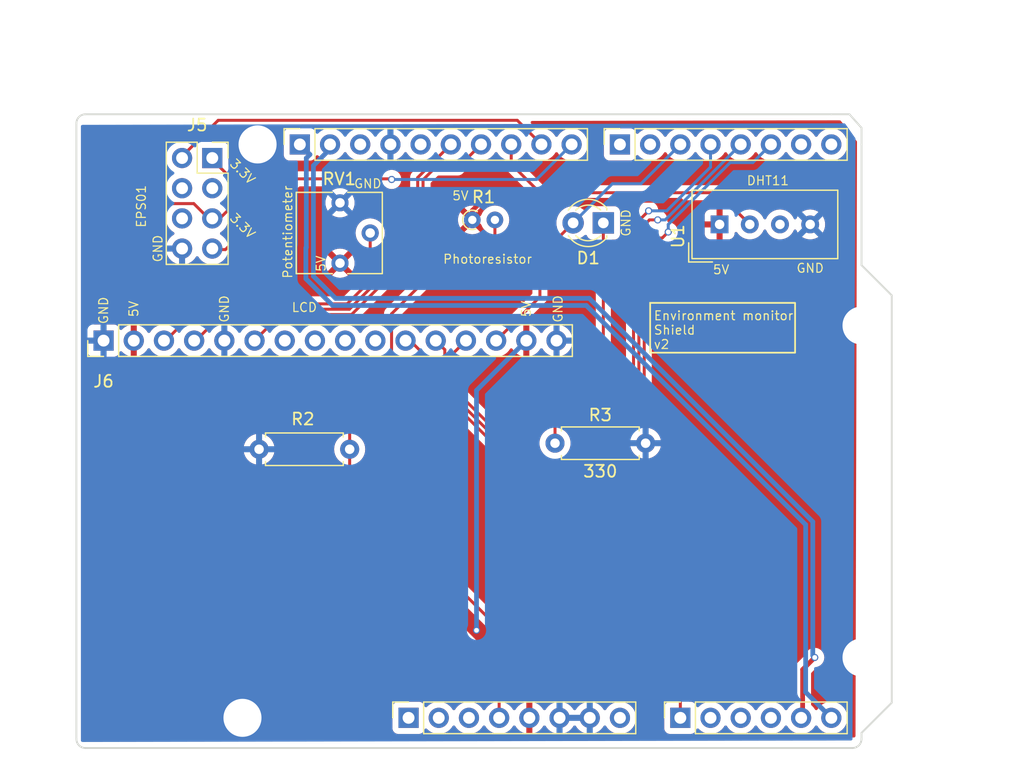
<source format=kicad_pcb>
(kicad_pcb (version 20221018) (generator pcbnew)
  (title_block (date "mar. 31 mars 2015"))
  (layers (0 "F.Cu" signal) (31 "B.Cu" signal) (34 "B.Paste" user) (35 "F.Paste" user) (36 "B.SilkS" user "B.Silkscreen") (37 "F.SilkS" user "F.Silkscreen") (38 "B.Mask" user) (39 "F.Mask" user) (44 "Edge.Cuts" user))
  (net 0 "")
  (net 1 "GND")
  (net 2 "Net-(D1-K)")
  (net 3 "+5V")
  (net 4 "/IOREF")
  (net 5 "/A0")
  (net 6 "/A1")
  (net 7 "/A2")
  (net 8 "/A3")
  (net 9 "/SDA{slash}A4")
  (net 10 "/SCL{slash}A5")
  (net 11 "/13")
  (net 12 "/12")
  (net 13 "/AREF")
  (net 14 "/8")
  (net 15 "/7")
  (net 16 "/*11")
  (net 17 "/*10")
  (net 18 "/*9")
  (net 19 "/4")
  (net 20 "/2")
  (net 21 "/*6")
  (net 22 "/*5")
  (net 23 "/TX{slash}1")
  (net 24 "/*3")
  (net 25 "/RX{slash}0")
  (net 26 "+3V3")
  (net 27 "VCC")
  (net 28 "/~{RESET}")
  (net 29 "/LCD_V0")
  (net 31 "/+3.3V")
  (footprint "Connector_PinSocket_2.54mm:PinSocket_1x08_P2.54mm_Vertical" (layer "F.Cu") (at 127.94 97.46 90)
    (fp_text reference "J1" hide)
    (fp_text value "Power")
    (fp_line (start -1.33 1.27) (end -1.33 19.11) (stroke (width 0.12)) (layer "F.SilkS"))
    (fp_line (start -1.33 1.27) (end 1.33 1.27) (stroke (width 0.12)) (layer "F.SilkS"))
    (fp_line (start -1.33 19.11) (end 1.33 19.11) (stroke (width 0.12)) (layer "F.SilkS"))
    (fp_line (start 0 -1.33) (end 1.33 -1.33) (stroke (width 0.12)) (layer "F.SilkS"))
    (fp_line (start 1.33 -1.33) (end 1.33 0) (stroke (width 0.12)) (layer "F.SilkS"))
    (fp_line (start 1.33 1.27) (end 1.33 19.11) (stroke (width 0.12)) (layer "F.SilkS"))
    (pad "1" thru_hole rect locked (at 0 0 90) (size 1.7 1.7) (drill 1) (layers "*.Cu" "*.Mask"))
    (pad "2" thru_hole oval locked (at 0 2.54 90) (size 1.7 1.7) (drill 1) (layers "*.Cu" "*.Mask") (net 4 "/IOREF"))
    (pad "3" thru_hole oval locked (at 0 5.08 90) (size 1.7 1.7) (drill 1) (layers "*.Cu" "*.Mask") (net 28 "/~{RESET}"))
    (pad "4" thru_hole oval locked (at 0 7.62 90) (size 1.7 1.7) (drill 1) (layers "*.Cu" "*.Mask") (net 26 "+3V3"))
    (pad "5" thru_hole oval locked (at 0 10.16 90) (size 1.7 1.7) (drill 1) (layers "*.Cu" "*.Mask") (net 3 "+5V"))
    (pad "6" thru_hole oval locked (at 0 12.7 90) (size 1.7 1.7) (drill 1) (layers "*.Cu" "*.Mask") (net 1 "GND"))
    (pad "7" thru_hole oval locked (at 0 15.24 90) (size 1.7 1.7) (drill 1) (layers "*.Cu" "*.Mask") (net 1 "GND"))
    (pad "8" thru_hole oval locked (at 0 17.78 90) (size 1.7 1.7) (drill 1) (layers "*.Cu" "*.Mask") (net 27 "VCC"))
  )
  (footprint "Connector_PinSocket_2.54mm:PinSocket_1x06_P2.54mm_Vertical" (layer "F.Cu") (at 150.8 97.46 90)
    (fp_text reference "J3" hide)
    (fp_text value "Analog")
    (fp_line (start -1.33 1.27) (end -1.33 14.03) (stroke (width 0.12)) (layer "F.SilkS"))
    (fp_line (start -1.33 1.27) (end 1.33 1.27) (stroke (width 0.12)) (layer "F.SilkS"))
    (fp_line (start -1.33 14.03) (end 1.33 14.03) (stroke (width 0.12)) (layer "F.SilkS"))
    (fp_line (start 0 -1.33) (end 1.33 -1.33) (stroke (width 0.12)) (layer "F.SilkS"))
    (fp_line (start 1.33 -1.33) (end 1.33 0) (stroke (width 0.12)) (layer "F.SilkS"))
    (fp_line (start 1.33 1.27) (end 1.33 14.03) (stroke (width 0.12)) (layer "F.SilkS"))
    (pad "1" thru_hole rect locked (at 0 0 90) (size 1.7 1.7) (drill 1) (layers "*.Cu" "*.Mask") (net 5 "/A0"))
    (pad "2" thru_hole oval locked (at 0 2.54 90) (size 1.7 1.7) (drill 1) (layers "*.Cu" "*.Mask") (net 6 "/A1"))
    (pad "3" thru_hole oval locked (at 0 5.08 90) (size 1.7 1.7) (drill 1) (layers "*.Cu" "*.Mask") (net 7 "/A2"))
    (pad "4" thru_hole oval locked (at 0 7.62 90) (size 1.7 1.7) (drill 1) (layers "*.Cu" "*.Mask") (net 8 "/A3"))
    (pad "5" thru_hole oval locked (at 0 10.16 90) (size 1.7 1.7) (drill 1) (layers "*.Cu" "*.Mask") (net 9 "/SDA{slash}A4"))
    (pad "6" thru_hole oval locked (at 0 12.7 90) (size 1.7 1.7) (drill 1) (layers "*.Cu" "*.Mask") (net 10 "/SCL{slash}A5"))
  )
  (footprint "Connector_PinSocket_2.54mm:PinSocket_1x10_P2.54mm_Vertical" (layer "F.Cu") (at 118.796 49.2 90)
    (fp_text reference "J2" hide)
    (fp_text value "Digital/PWM")
    (fp_line (start -1.33 1.27) (end -1.33 24.19) (stroke (width 0.12)) (layer "F.SilkS"))
    (fp_line (start -1.33 1.27) (end 1.33 1.27) (stroke (width 0.12)) (layer "F.SilkS"))
    (fp_line (start -1.33 24.19) (end 1.33 24.19) (stroke (width 0.12)) (layer "F.SilkS"))
    (fp_line (start 0 -1.33) (end 1.33 -1.33) (stroke (width 0.12)) (layer "F.SilkS"))
    (fp_line (start 1.33 -1.33) (end 1.33 0) (stroke (width 0.12)) (layer "F.SilkS"))
    (fp_line (start 1.33 1.27) (end 1.33 24.19) (stroke (width 0.12)) (layer "F.SilkS"))
    (pad "1" thru_hole rect locked (at 0 0 90) (size 1.7 1.7) (drill 1) (layers "*.Cu" "*.Mask") (net 10 "/SCL{slash}A5"))
    (pad "2" thru_hole oval locked (at 0 2.54 90) (size 1.7 1.7) (drill 1) (layers "*.Cu" "*.Mask") (net 9 "/SDA{slash}A4"))
    (pad "3" thru_hole oval locked (at 0 5.08 90) (size 1.7 1.7) (drill 1) (layers "*.Cu" "*.Mask") (net 13 "/AREF"))
    (pad "4" thru_hole oval locked (at 0 7.62 90) (size 1.7 1.7) (drill 1) (layers "*.Cu" "*.Mask") (net 1 "GND"))
    (pad "5" thru_hole oval locked (at 0 10.16 90) (size 1.7 1.7) (drill 1) (layers "*.Cu" "*.Mask") (net 11 "/13"))
    (pad "6" thru_hole oval locked (at 0 12.7 90) (size 1.7 1.7) (drill 1) (layers "*.Cu" "*.Mask") (net 12 "/12"))
    (pad "7" thru_hole oval locked (at 0 15.24 90) (size 1.7 1.7) (drill 1) (layers "*.Cu" "*.Mask") (net 16 "/*11"))
    (pad "8" thru_hole oval locked (at 0 17.78 90) (size 1.7 1.7) (drill 1) (layers "*.Cu" "*.Mask") (net 17 "/*10"))
    (pad "9" thru_hole oval locked (at 0 20.32 90) (size 1.7 1.7) (drill 1) (layers "*.Cu" "*.Mask") (net 18 "/*9"))
    (pad "10" thru_hole oval locked (at 0 22.86 90) (size 1.7 1.7) (drill 1) (layers "*.Cu" "*.Mask") (net 14 "/8"))
  )
  (footprint "Connector_PinSocket_2.54mm:PinSocket_1x08_P2.54mm_Vertical" (layer "F.Cu") (at 145.72 49.2 90)
    (fp_text reference "J4" hide)
    (fp_text value "Digital/PWM")
    (fp_line (start -1.33 1.27) (end -1.33 19.11) (stroke (width 0.12)) (layer "F.SilkS"))
    (fp_line (start -1.33 1.27) (end 1.33 1.27) (stroke (width 0.12)) (layer "F.SilkS"))
    (fp_line (start -1.33 19.11) (end 1.33 19.11) (stroke (width 0.12)) (layer "F.SilkS"))
    (fp_line (start 0 -1.33) (end 1.33 -1.33) (stroke (width 0.12)) (layer "F.SilkS"))
    (fp_line (start 1.33 -1.33) (end 1.33 0) (stroke (width 0.12)) (layer "F.SilkS"))
    (fp_line (start 1.33 1.27) (end 1.33 19.11) (stroke (width 0.12)) (layer "F.SilkS"))
    (pad "1" thru_hole rect locked (at 0 0 90) (size 1.7 1.7) (drill 1) (layers "*.Cu" "*.Mask") (net 15 "/7"))
    (pad "2" thru_hole oval locked (at 0 2.54 90) (size 1.7 1.7) (drill 1) (layers "*.Cu" "*.Mask") (net 21 "/*6"))
    (pad "3" thru_hole oval locked (at 0 5.08 90) (size 1.7 1.7) (drill 1) (layers "*.Cu" "*.Mask") (net 22 "/*5"))
    (pad "4" thru_hole oval locked (at 0 7.62 90) (size 1.7 1.7) (drill 1) (layers "*.Cu" "*.Mask") (net 19 "/4"))
    (pad "5" thru_hole oval locked (at 0 10.16 90) (size 1.7 1.7) (drill 1) (layers "*.Cu" "*.Mask") (net 24 "/*3"))
    (pad "6" thru_hole oval locked (at 0 12.7 90) (size 1.7 1.7) (drill 1) (layers "*.Cu" "*.Mask") (net 20 "/2"))
    (pad "7" thru_hole oval locked (at 0 15.24 90) (size 1.7 1.7) (drill 1) (layers "*.Cu" "*.Mask") (net 23 "/TX{slash}1"))
    (pad "8" thru_hole oval locked (at 0 17.78 90) (size 1.7 1.7) (drill 1) (layers "*.Cu" "*.Mask") (net 25 "/RX{slash}0"))
  )
  (footprint "Connector_PinSocket_2.54mm:PinSocket_2x04_P2.54mm_Vertical" (layer "F.Cu") (at 111.43 50.343)
    (fp_text reference "J5" (at -1.27 -2.77) (layer "F.SilkS"))
    (fp_text value "Conn_02x04_ESP01")
    (fp_line (start -3.87 -1.33) (end -3.87 8.95) (stroke (width 0.12)) (layer "F.SilkS"))
    (fp_line (start -3.87 -1.33) (end -1.27 -1.33) (stroke (width 0.12)) (layer "F.SilkS"))
    (fp_line (start -3.87 8.95) (end 1.33 8.95) (stroke (width 0.12)) (layer "F.SilkS"))
    (fp_line (start -1.27 -1.33) (end -1.27 1.27) (stroke (width 0.12)) (layer "F.SilkS"))
    (fp_line (start -1.27 1.27) (end 1.33 1.27) (stroke (width 0.12)) (layer "F.SilkS"))
    (fp_line (start 0 -1.33) (end 1.33 -1.33) (stroke (width 0.12)) (layer "F.SilkS"))
    (fp_line (start 1.33 -1.33) (end 1.33 0) (stroke (width 0.12)) (layer "F.SilkS"))
    (fp_line (start 1.33 1.27) (end 1.33 8.95) (stroke (width 0.12)) (layer "F.SilkS"))
    (pad "1" thru_hole rect (at 0 0) (size 1.7 1.7) (drill 1) (layers "*.Cu" "*.Mask") (net 31 "/+3.3V"))
    (pad "2" thru_hole oval (at -2.54 0) (size 1.7 1.7) (drill 1) (layers "*.Cu" "*.Mask") (net 18 "/*9"))
    (pad "3" thru_hole oval (at 0 2.54) (size 1.7 1.7) (drill 1) (layers "*.Cu" "*.Mask"))
    (pad "4" thru_hole oval (at -2.54 2.54) (size 1.7 1.7) (drill 1) (layers "*.Cu" "*.Mask"))
    (pad "5" thru_hole oval (at 0 5.08) (size 1.7 1.7) (drill 1) (layers "*.Cu" "*.Mask") (net 31 "/+3.3V"))
    (pad "6" thru_hole oval (at -2.54 5.08) (size 1.7 1.7) (drill 1) (layers "*.Cu" "*.Mask"))
    (pad "7" thru_hole oval (at 0 7.62) (size 1.7 1.7) (drill 1) (layers "*.Cu" "*.Mask") (net 14 "/8"))
    (pad "8" thru_hole oval (at -2.54 7.62) (size 1.7 1.7) (drill 1) (layers "*.Cu" "*.Mask") (net 1 "GND"))
  )
  (footprint "Connector_PinHeader_2.54mm:PinHeader_1x16_P2.54mm_Vertical" (layer "F.Cu") (at 102.286 65.71 90)
    (fp_text reference "J6" (at -3.429 0 180) (layer "F.SilkS"))
    (fp_text value "Conn_01x16_LCD")
    (fp_line (start -1.33 -1.33) (end 0 -1.33) (stroke (width 0.12)) (layer "F.SilkS"))
    (fp_line (start -1.33 0) (end -1.33 -1.33) (stroke (width 0.12)) (layer "F.SilkS"))
    (fp_line (start -1.33 1.27) (end -1.33 39.43) (stroke (width 0.12)) (layer "F.SilkS"))
    (fp_line (start -1.33 1.27) (end 1.33 1.27) (stroke (width 0.12)) (layer "F.SilkS"))
    (fp_line (start -1.33 39.43) (end 1.33 39.43) (stroke (width 0.12)) (layer "F.SilkS"))
    (fp_line (start 1.33 1.27) (end 1.33 39.43) (stroke (width 0.12)) (layer "F.SilkS"))
    (pad "1" thru_hole rect (at 0 0 90) (size 1.7 1.7) (drill 1) (layers "*.Cu" "*.Mask") (net 1 "GND"))
    (pad "2" thru_hole oval (at 0 2.54 90) (size 1.7 1.7) (drill 1) (layers "*.Cu" "*.Mask") (net 3 "+5V"))
    (pad "3" thru_hole oval (at 0 5.08 90) (size 1.7 1.7) (drill 1) (layers "*.Cu" "*.Mask") (net 29 "/LCD_V0"))
    (pad "4" thru_hole oval (at 0 7.62 90) (size 1.7 1.7) (drill 1) (layers "*.Cu" "*.Mask") (net 12 "/12"))
    (pad "5" thru_hole oval (at 0 10.16 90) (size 1.7 1.7) (drill 1) (layers "*.Cu" "*.Mask") (net 1 "GND"))
    (pad "6" thru_hole oval (at 0 12.7 90) (size 1.7 1.7) (drill 1) (layers "*.Cu" "*.Mask") (net 16 "/*11"))
    (pad "7" thru_hole oval (at 0 15.24 90) (size 1.7 1.7) (drill 1) (layers "*.Cu" "*.Mask"))
    (pad "8" thru_hole oval (at 0 17.78 90) (size 1.7 1.7) (drill 1) (layers "*.Cu" "*.Mask"))
    (pad "9" thru_hole oval (at 0 20.32 90) (size 1.7 1.7) (drill 1) (layers "*.Cu" "*.Mask"))
    (pad "10" thru_hole oval (at 0 22.86 90) (size 1.7 1.7) (drill 1) (layers "*.Cu" "*.Mask"))
    (pad "11" thru_hole oval (at 0 25.4 90) (size 1.7 1.7) (drill 1) (layers "*.Cu" "*.Mask") (net 20 "/2"))
    (pad "12" thru_hole oval (at 0 27.94 90) (size 1.7 1.7) (drill 1) (layers "*.Cu" "*.Mask") (net 24 "/*3"))
    (pad "13" thru_hole oval (at 0 30.48 90) (size 1.7 1.7) (drill 1) (layers "*.Cu" "*.Mask") (net 19 "/4"))
    (pad "14" thru_hole oval (at 0 33.02 90) (size 1.7 1.7) (drill 1) (layers "*.Cu" "*.Mask") (net 22 "/*5"))
    (pad "15" thru_hole oval (at 0 35.56 90) (size 1.7 1.7) (drill 1) (layers "*.Cu" "*.Mask") (net 3 "+5V"))
    (pad "16" thru_hole oval (at 0 38.1 90) (size 1.7 1.7) (drill 1) (layers "*.Cu" "*.Mask") (net 1 "GND"))
  )
  (footprint "Sensor:Aosong_DHT11_5.5x12.0_P2.54mm" (layer "F.Cu") (at 154.102 55.931 90)
    (fp_text reference "U1" (at -1 -3.5 90) (layer "F.SilkS"))
    (fp_text value "DHT11")
    (fp_line (start -3.16 -2.6) (end -3.16 -0.6) (stroke (width 0.12)) (layer "F.SilkS"))
    (fp_line (start -3.16 -2.6) (end -1.55 -2.6) (stroke (width 0.12)) (layer "F.SilkS"))
    (fp_line (start -2.88 9.94) (end -2.88 -2.31) (stroke (width 0.12)) (layer "F.SilkS"))
    (fp_line (start -2.87 -2.32) (end 2.87 -2.32) (stroke (width 0.12)) (layer "F.SilkS"))
    (fp_line (start 2.88 -2.32) (end 2.88 9.94) (stroke (width 0.12)) (layer "F.SilkS"))
    (fp_line (start 2.88 9.94) (end -2.88 9.94) (stroke (width 0.12)) (layer "F.SilkS"))
    (pad "1" thru_hole rect (at 0 0 90) (size 1.5 1.5) (drill 0.8) (layers "*.Cu" "*.Mask") (net 3 "+5V"))
    (pad "2" thru_hole circle (at 0 2.54 90) (size 1.5 1.5) (drill 0.8) (layers "*.Cu" "*.Mask") (net 17 "/*10"))
    (pad "3" thru_hole circle (at 0 5.08 90) (size 1.5 1.5) (drill 0.8) (layers "*.Cu" "*.Mask"))
    (pad "4" thru_hole circle (at 0 7.62 90) (size 1.5 1.5) (drill 0.8) (layers "*.Cu" "*.Mask") (net 1 "GND"))
  )
  (footprint "Arduino_MountingHole:MountingHole_3.2mm" (layer "F.Cu") (at 115.24 49.2)
    (fp_text reference "MH1" hide)
    (fp_text value "MountingHole_3.2mm" hide)
    (pad "" np_thru_hole circle locked (at 0 0) (size 3.2 3.2) (drill 3.2) (layers "*.Cu" "*.Mask"))
  )
  (footprint "Resistor_THT:R_Axial_DIN0207_L6.3mm_D2.5mm_P7.62mm_Horizontal" (layer "F.Cu") (at 140.259 74.346)
    (fp_text reference "R3" (at 3.81 -2.37) (layer "F.SilkS"))
    (fp_text value "330" (at 3.81 2.37) (layer "F.SilkS"))
    (fp_line (start 0.54 -1.37) (end 7.08 -1.37) (stroke (width 0.12)) (layer "F.SilkS"))
    (fp_line (start 0.54 -1.04) (end 0.54 -1.37) (stroke (width 0.12)) (layer "F.SilkS"))
    (fp_line (start 0.54 1.04) (end 0.54 1.37) (stroke (width 0.12)) (layer "F.SilkS"))
    (fp_line (start 0.54 1.37) (end 7.08 1.37) (stroke (width 0.12)) (layer "F.SilkS"))
    (fp_line (start 7.08 -1.37) (end 7.08 -1.04) (stroke (width 0.12)) (layer "F.SilkS"))
    (fp_line (start 7.08 1.37) (end 7.08 1.04) (stroke (width 0.12)) (layer "F.SilkS"))
    (pad "1" thru_hole circle (at 0 0) (size 1.6 1.6) (drill 0.8) (layers "*.Cu" "*.Mask") (net 2 "Net-(D1-K)"))
    (pad "2" thru_hole oval (at 7.62 0) (size 1.6 1.6) (drill 0.8) (layers "*.Cu" "*.Mask") (net 1 "GND"))
  )
  (footprint "Resistor_THT:R_Axial_DIN0207_L6.3mm_D2.5mm_P7.62mm_Horizontal" (layer "F.Cu") (at 122.987 74.854 180)
    (fp_text reference "R2" (at 3.937 2.54) (layer "F.SilkS"))
    (fp_text value "R")
    (fp_line (start 0.54 -1.37) (end 7.08 -1.37) (stroke (width 0.12)) (layer "F.SilkS"))
    (fp_line (start 0.54 -1.04) (end 0.54 -1.37) (stroke (width 0.12)) (layer "F.SilkS"))
    (fp_line (start 0.54 1.04) (end 0.54 1.37) (stroke (width 0.12)) (layer "F.SilkS"))
    (fp_line (start 0.54 1.37) (end 7.08 1.37) (stroke (width 0.12)) (layer "F.SilkS"))
    (fp_line (start 7.08 -1.37) (end 7.08 -1.04) (stroke (width 0.12)) (layer "F.SilkS"))
    (fp_line (start 7.08 1.37) (end 7.08 1.04) (stroke (width 0.12)) (layer "F.SilkS"))
    (pad "1" thru_hole circle (at 0 0 180) (size 1.6 1.6) (drill 0.8) (layers "*.Cu" "*.Mask") (net 5 "/A0"))
    (pad "2" thru_hole oval (at 7.62 0 180) (size 1.6 1.6) (drill 0.8) (layers "*.Cu" "*.Mask") (net 1 "GND"))
  )
  (footprint "Resistor_THT:R_Axial_DIN0204_L3.6mm_D1.6mm_P1.90mm_Vertical" (layer "F.Cu") (at 133.303 55.55)
    (fp_text reference "R1" (at 0.95 -1.92) (layer "F.SilkS"))
    (fp_text value "R_Photo")
    (fp_arc (start 0.320095 0.749359) (mid -0.813042 -0.054435) (end 0.417133 -0.7) (stroke (width 0.12)) (layer "F.SilkS"))
    (pad "1" thru_hole circle (at 0 0) (size 1.4 1.4) (drill 0.7) (layers "*.Cu" "*.Mask") (net 3 "+5V"))
    (pad "2" thru_hole oval (at 1.9 0) (size 1.4 1.4) (drill 0.7) (layers "*.Cu" "*.Mask") (net 5 "/A0"))
  )
  (footprint "LED_THT:LED_D3.0mm" (layer "F.Cu") (at 144.323 55.804 180)
    (fp_text reference "D1" (at 1.27 -2.96) (layer "F.SilkS"))
    (fp_text value "LED")
    (fp_line (start -0.29 -1.236) (end -0.29 -1.08) (stroke (width 0.12)) (layer "F.SilkS"))
    (fp_line (start -0.29 1.08) (end -0.29 1.236) (stroke (width 0.12)) (layer "F.SilkS"))
    (fp_arc (start -0.29 -1.235516) (mid 1.366487 -1.987659) (end 2.942335 -1.078608) (stroke (width 0.12)) (layer "F.SilkS"))
    (fp_arc (start 0.229039 -1.08) (mid 1.270117 -1.5) (end 2.31113 -1.079837) (stroke (width 0.12)) (layer "F.SilkS"))
    (fp_arc (start 2.31113 1.079837) (mid 1.270117 1.5) (end 0.229039 1.08) (stroke (width 0.12)) (layer "F.SilkS"))
    (fp_arc (start 2.942335 1.078608) (mid 1.366487 1.987659) (end -0.29 1.235516) (stroke (width 0.12)) (layer "F.SilkS"))
    (pad "1" thru_hole rect (at 0 0 180) (size 1.8 1.8) (drill 0.9) (layers "*.Cu" "*.Mask") (net 2 "Net-(D1-K)"))
    (pad "2" thru_hole circle (at 2.54 0 180) (size 1.8 1.8) (drill 0.9) (layers "*.Cu" "*.Mask") (net 22 "/*5"))
  )
  (footprint "Arduino_MountingHole:MountingHole_3.2mm" (layer "F.Cu") (at 113.97 97.46)
    (fp_text reference "MH2" hide)
    (fp_text value "MountingHole_3.2mm" hide)
    (pad "" np_thru_hole circle locked (at 0 0) (size 3.2 3.2) (drill 3.2) (layers "*.Cu" "*.Mask"))
  )
  (footprint "Arduino_MountingHole:MountingHole_3.2mm" (layer "F.Cu") (at 166.04 64.44)
    (fp_text reference "MH3" hide)
    (fp_text value "MountingHole_3.2mm" hide)
    (pad "" np_thru_hole circle locked (at 0 0) (size 3.2 3.2) (drill 3.2) (layers "*.Cu" "*.Mask"))
  )
  (footprint "Arduino_MountingHole:MountingHole_3.2mm" (layer "F.Cu") (at 166.04 92.38)
    (fp_text reference "MH4" hide)
    (fp_text value "MountingHole_3.2mm" hide)
    (pad "" np_thru_hole circle locked (at 0 0) (size 3.2 3.2) (drill 3.2) (layers "*.Cu" "*.Mask"))
  )
  (footprint "Potentiometer_THT:Potentiometer_Vishay_T73YP_Vertical" (layer "F.Cu") (at 122.173 59.1926)
    (fp_text reference "RV1" (at -0.06 -7.09) (layer "F.SilkS"))
    (fp_text value "R_Potentiometer")
    (fp_line (start -3.68 -5.96) (end -3.68 0.88) (stroke (width 0.12)) (layer "F.SilkS"))
    (fp_line (start -3.68 -5.96) (end -0.65 -5.96) (stroke (width 0.12)) (layer "F.SilkS"))
    (fp_line (start -3.68 0.88) (end -0.65 0.88) (stroke (width 0.12)) (layer "F.SilkS"))
    (fp_line (start 0.65 -5.96) (end 3.56 -5.96) (stroke (width 0.12)) (layer "F.SilkS"))
    (fp_line (start 0.65 0.88) (end 3.56 0.88) (stroke (width 0.12)) (layer "F.SilkS"))
    (fp_line (start 3.56 -5.96) (end 3.56 0.88) (stroke (width 0.12)) (layer "F.SilkS"))
    (pad "1" thru_hole circle (at 0 0) (size 1.44 1.44) (drill 0.8) (layers "*.Cu" "*.Mask") (net 3 "+5V"))
    (pad "2" thru_hole circle (at 2.54 -2.54) (size 1.44 1.44) (drill 0.8) (layers "*.Cu" "*.Mask") (net 29 "/LCD_V0"))
    (pad "3" thru_hole circle (at 0 -5.08) (size 1.44 1.44) (drill 0.8) (layers "*.Cu" "*.Mask") (net 1 "GND"))
  )
  (gr_rect (start 148.26 62.535) (end 160.452 66.726) (stroke (width 0.15)) (fill none) (layer "F.SilkS"))
  (gr_line (start 166.04 59.36) (end 168.58 61.9) (stroke (width 0.15)) (layer "Edge.Cuts"))
  (gr_line (start 100 99.238) (end 100 47.422) (stroke (width 0.15)) (layer "Edge.Cuts"))
  (gr_line (start 168.58 61.9) (end 168.58 96.19) (stroke (width 0.15)) (layer "Edge.Cuts"))
  (gr_line (start 165.278 100) (end 100.762 100) (stroke (width 0.15)) (layer "Edge.Cuts"))
  (gr_line (start 166.04 49.2) (end 166.04 47.803) (stroke (width 0.15)) (layer "Edge.Cuts"))
  (gr_line (start 100.762 46.66) (end 163.5 46.66) (stroke (width 0.15)) (layer "Edge.Cuts"))
  (gr_arc (start 100.762 100) (mid 100.223185 99.776815) (end 100 99.238) (stroke (width 0.15)) (layer "Edge.Cuts"))
  (gr_line (start 168.58 96.19) (end 166.04 98.73) (stroke (width 0.15)) (layer "Edge.Cuts"))
  (gr_line (start 166.04 47.803) (end 165.024 46.66) (stroke (width 0.15)) (layer "Edge.Cuts"))
  (gr_line (start 165.024 46.66) (end 163.5 46.66) (stroke (width 0.15)) (layer "Edge.Cuts"))
  (gr_arc (start 166.04 99.238) (mid 165.816815 99.776815) (end 165.278 100) (stroke (width 0.15)) (layer "Edge.Cuts"))
  (gr_line (start 166.04 49.2) (end 166.04 59.36) (stroke (width 0.15)) (layer "Edge.Cuts"))
  (gr_line (start 166.04 98.73) (end 166.04 99.238) (stroke (width 0.15)) (layer "Edge.Cuts"))
  (gr_arc (start 100 47.422) (mid 100.223185 46.883185) (end 100.762 46.66) (stroke (width 0.15)) (layer "Edge.Cuts"))
  (gr_text "Photoresistor" (at 134.589 58.852) (layer "F.SilkS") (effects (font (size 0.75 0.75) (thickness 0.1))))
  (gr_text "GND" (at 106.858 57.963 90) (layer "F.SilkS") (effects (font (size 0.75 0.75) (thickness 0.1))))
  (gr_text "GND" (at 161.722 59.614) (layer "F.SilkS") (effects (font (size 0.75 0.75) (thickness 0.1))))
  (gr_text "3.3V" (at 113.97 51.486 -45) (layer "F.SilkS") (effects (font (size 0.75 0.75) (thickness 0.1))))
  (gr_text "5V" (at 137.846 63.043 90) (layer "F.SilkS") (effects (font (size 0.75 0.75) (thickness 0.1))))
  (gr_text "GND" (at 124.511 52.502) (layer "F.SilkS") (effects (font (size 0.75 0.75) (thickness 0.1))))
  (gr_text "Environment monitor \nShield\nv2" (at 148.514 64.821) (layer "F.SilkS") (effects (font (size 0.75 0.75) (thickness 0.1)) (justify left)))
  (gr_text "Potentiometer" (at 117.78 56.566 90) (layer "F.SilkS") (effects (font (size 0.75 0.75) (thickness 0.1))))
  (gr_text "GND" (at 102.286 63.17 90) (layer "F.SilkS") (effects (font (size 0.75 0.75) (thickness 0.1))))
  (gr_text "5V" (at 120.574 59.233 90) (layer "F.SilkS") (effects (font (size 0.75 0.75) (thickness 0.1))))
  (gr_text "GND" (at 146.228 55.804 90) (layer "F.SilkS") (effects (font (size 0.75 0.75) (thickness 0.1))))
  (gr_text "GND" (at 112.446 63.043 90) (layer "F.SilkS") (effects (font (size 0.75 0.75) (thickness 0.1))))
  (gr_text "DHT11" (at 158.166 52.248) (layer "F.SilkS") (effects (font (size 0.75 0.75) (thickness 0.1))))
  (gr_text "3.3V" (at 113.97 56.058 -45) (layer "F.SilkS") (effects (font (size 0.75 0.75) (thickness 0.1))))
  (gr_text "EPS01" (at 105.461 54.407 90) (layer "F.SilkS") (effects (font (size 0.75 0.75) (thickness 0.1))))
  (gr_text "GND" (at 140.513 63.043 90) (layer "F.SilkS") (effects (font (size 0.75 0.75) (thickness 0.1))))
  (gr_text "5V" (at 132.303 53.518) (layer "F.SilkS") (effects (font (size 0.75 0.75) (thickness 0.1))))
  (gr_text "LCD" (at 119.177 62.916) (layer "F.SilkS") (effects (font (size 0.75 0.75) (thickness 0.1))))
  (gr_text "5V" (at 104.826 63.043 90) (layer "F.SilkS") (effects (font (size 0.75 0.75) (thickness 0.1))))
  (gr_text "5V" (at 154.229 59.741) (layer "F.SilkS") (effects (font (size 0.75 0.75) (thickness 0.1))))
  (segment (start 140.259 74.346) (end 140.259 70.79) (width 0.25) (layer "F.Cu") (net 2))
  (segment (start 144.323 66.726) (end 144.323 55.804) (width 0.25) (layer "F.Cu") (net 2))
  (segment (start 140.259 70.79) (end 144.323 66.726) (width 0.25) (layer "F.Cu") (net 2))
  (segment (start 138.1 97.46) (end 138.1 94.539) (width 0.4) (layer "F.Cu") (net 3))
  (segment (start 134.163 53.899) (end 150.8 53.899) (width 0.4) (layer "F.Cu") (net 3))
  (segment (start 133.303 55.55) (end 133.303 54.759) (width 0.4) (layer "F.Cu") (net 3))
  (segment (start 152.832 55.931) (end 154.102 55.931) (width 0.4) (layer "F.Cu") (net 3))
  (segment (start 133.303 54.759) (end 134.163 53.899) (width 0.4) (layer "F.Cu") (net 3))
  (segment (start 138.1 94.539) (end 133.655 90.094) (width 0.4) (layer "F.Cu") (net 3))
  (segment (start 150.8 53.899) (end 152.832 55.931) (width 0.4) (layer "F.Cu") (net 3))
  (via (at 133.655 90.094) (size 0.6) (drill 0.4) (layers "F.Cu" "B.Cu") (net 3))
  (segment (start 133.655 90.094) (end 133.655 69.901) (width 0.4) (layer "B.Cu") (net 3))
  (segment (start 133.655 69.901) (end 137.846 65.71) (width 0.4) (layer "B.Cu") (net 3))
  (segment (start 138.735 93.142) (end 149.149 93.142) (width 0.25) (layer "F.Cu") (net 5))
  (segment (start 126.511 67.52) (end 126.511 63.456) (width 0.25) (layer "F.Cu") (net 5))
  (segment (start 150.8 94.793) (end 150.8 97.46) (width 0.25) (layer "F.Cu") (net 5))
  (segment (start 122.987 71.044) (end 126.511 67.52) (width 0.25) (layer "F.Cu") (net 5))
  (segment (start 130.607 59.36) (end 133.782 59.36) (width 0.25) (layer "F.Cu") (net 5))
  (segment (start 122.987 74.854) (end 122.987 77.394) (width 0.25) (layer "F.Cu") (net 5))
  (segment (start 122.987 77.394) (end 138.735 93.142) (width 0.25) (layer "F.Cu") (net 5))
  (segment (start 126.511 63.456) (end 130.607 59.36) (width 0.25) (layer "F.Cu") (net 5))
  (segment (start 133.782 59.36) (end 135.203 57.939) (width 0.25) (layer "F.Cu") (net 5))
  (segment (start 122.987 74.854) (end 122.987 71.044) (width 0.25) (layer "F.Cu") (net 5))
  (segment (start 135.203 57.939) (end 135.203 55.55) (width 0.25) (layer "F.Cu") (net 5))
  (segment (start 149.149 93.142) (end 150.8 94.793) (width 0.25) (layer "F.Cu") (net 5))
  (segment (start 161.087 93.396) (end 161.087 97.333) (width 0.4) (layer "F.Cu") (net 9))
  (segment (start 162.103 92.38) (end 161.087 93.396) (width 0.4) (layer "F.Cu") (net 9))
  (segment (start 161.087 97.333) (end 160.96 97.46) (width 0.4) (layer "F.Cu") (net 9))
  (via (at 162.103 92.38) (size 0.6) (drill 0.4) (layers "F.Cu" "B.Cu") (net 9))
  (segment (start 119.939 60.289472) (end 121.803528 62.154) (width 0.4) (layer "B.Cu") (net 9))
  (segment (start 121.336 49.2) (end 121.336 49.581) (width 0.4) (layer "B.Cu") (net 9))
  (segment (start 161.941 80.955472) (end 161.941 92.218) (width 0.4) (layer "B.Cu") (net 9))
  (segment (start 121.336 49.581) (end 119.939 50.978) (width 0.4) (layer "B.Cu") (net 9))
  (segment (start 121.803528 62.154) (end 143.139528 62.154) (width 0.4) (layer "B.Cu") (net 9))
  (segment (start 119.939 50.978) (end 119.939 60.289472) (width 0.4) (layer "B.Cu") (net 9))
  (segment (start 143.139528 62.154) (end 161.941 80.955472) (width 0.4) (layer "B.Cu") (net 9))
  (segment (start 161.941 92.218) (end 162.103 92.38) (width 0.4) (layer "B.Cu") (net 9))
  (segment (start 161.341 81.204) (end 161.341 95.301) (width 0.4) (layer "B.Cu") (net 10))
  (segment (start 121.555 62.754) (end 142.891 62.754) (width 0.4) (layer "B.Cu") (net 10))
  (segment (start 119.641736 50.045736) (end 119.339 50.348472) (width 0.4) (layer "B.Cu") (net 10))
  (segment (start 119.304 60.503) (end 121.555 62.754) (width 0.4) (layer "B.Cu") (net 10))
  (segment (start 119.339 50.348472) (end 119.339 57.87252) (width 0.4) (layer "B.Cu") (net 10))
  (segment (start 119.304 57.90752) (end 119.304 60.503) (width 0.4) (layer "B.Cu") (net 10))
  (segment (start 119.339 57.87252) (end 119.304 57.90752) (width 0.4) (layer "B.Cu") (net 10))
  (segment (start 142.891 62.754) (end 161.341 81.204) (width 0.4) (layer "B.Cu") (net 10))
  (segment (start 161.341 95.301) (end 163.5 97.46) (width 0.4) (layer "B.Cu") (net 10))
  (segment (start 118.796 49.2) (end 119.641736 50.045736) (width 0.4) (layer "B.Cu") (net 10))
  (segment (start 109.91 65.8465) (end 112.6881 63.0684) (width 0.25) (layer "F.Cu") (net 12))
  (segment (start 122.9616 63.0684) (end 128.7092 57.3208) (width 0.25) (layer "F.Cu") (net 12))
  (segment (start 128.7092 57.3208) (end 128.7092 51.9868) (width 0.25) (layer "F.Cu") (net 12))
  (segment (start 128.7092 51.9868) (end 131.496 49.2) (width 0.25) (layer "F.Cu") (net 12))
  (segment (start 112.6881 63.0684) (end 122.9616 63.0684) (width 0.25) (layer "F.Cu") (net 12))
  (segment (start 112.5379 58.0489) (end 117.526 53.0608) (width 0.25) (layer "F.Cu") (net 14))
  (segment (start 111.2056 58.0489) (end 112.5379 58.0489) (width 0.25) (layer "F.Cu") (net 14))
  (segment (start 118.4912 52.0956) (end 123.1648 52.0956) (width 0.25) (layer "F.Cu") (net 14))
  (segment (start 117.526 53.0608) (end 118.4912 52.0956) (width 0.25) (layer "F.Cu") (net 14))
  (segment (start 123.1648 52.0956) (end 126.4668 52.0956) (width 0.25) (layer "F.Cu") (net 14))
  (segment (start 126.4668 52.0956) (end 126.5176 52.1464) (width 0.25) (layer "F.Cu") (net 14))
  (via (at 126.5176 52.1464) (size 0.6) (drill 0.4) (layers "F.Cu" "B.Cu") (net 14))
  (segment (start 138.7096 52.1464) (end 141.656 49.2) (width 0.25) (layer "B.Cu") (net 14))
  (segment (start 126.5176 52.1464) (end 138.7096 52.1464) (width 0.25) (layer "B.Cu") (net 14))
  (segment (start 134.036 49.2) (end 132.0548 51.1812) (width 0.25) (layer "F.Cu") (net 16))
  (segment (start 129.1592 57.507196) (end 123.147996 63.5184) (width 0.25) (layer "F.Cu") (net 16))
  (segment (start 123.147996 63.5184) (end 117.1776 63.5184) (width 0.25) (layer "F.Cu") (net 16))
  (segment (start 117.1776 63.5184) (end 114.986 65.71) (width 0.25) (layer "F.Cu") (net 16))
  (segment (start 129.1592 52.173196) (end 129.1592 57.507196) (width 0.25) (layer "F.Cu") (net 16))
  (segment (start 130.151196 51.1812) (end 129.1592 52.173196) (width 0.25) (layer "F.Cu") (net 16))
  (segment (start 132.0548 51.1812) (end 130.151196 51.1812) (width 0.25) (layer "F.Cu") (net 16))
  (segment (start 156.642 55.931) (end 153.975 53.264) (width 0.25) (layer "F.Cu") (net 17))
  (segment (start 136.576 50.851) (end 136.576 49.2) (width 0.25) (layer "F.Cu") (net 17))
  (segment (start 153.975 53.264) (end 138.989 53.264) (width 0.25) (layer "F.Cu") (net 17))
  (segment (start 138.989 53.264) (end 136.576 50.851) (width 0.25) (layer "F.Cu") (net 17))
  (segment (start 108.6656 50.4289) (end 111.9265 47.168) (width 0.25) (layer "F.Cu") (net 18))
  (segment (start 111.9265 47.168) (end 137.084 47.168) (width 0.25) (layer "F.Cu") (net 18))
  (segment (start 137.084 47.168) (end 139.116 49.2) (width 0.25) (layer "F.Cu") (net 18))
  (segment (start 132.581 70.603604) (end 137.974396 75.997) (width 0.25) (layer "F.Cu") (net 19))
  (segment (start 147.498 55.423) (end 148.133 54.788) (width 0.25) (layer "F.Cu") (net 19))
  (segment (start 132.581 70.602208) (end 132.581 70.603604) (width 0.25) (layer "F.Cu") (net 19))
  (segment (start 146.863 57.579208) (end 147.498 56.944208) (width 0.25) (layer "F.Cu") (net 19))
  (segment (start 146.863 71.425) (end 146.863 57.579208) (width 0.25) (layer "F.Cu") (net 19))
  (segment (start 137.974396 75.997) (end 142.291 75.997) (width 0.25) (layer "F.Cu") (net 19))
  (segment (start 142.291 75.997) (end 146.863 71.425) (width 0.25) (layer "F.Cu") (net 19))
  (segment (start 131.438 69.459208) (end 132.581 70.602208) (width 0.25) (layer "F.Cu") (net 19))
  (segment (start 132.766 65.71) (end 131.438 67.038) (width 0.25) (layer "F.Cu") (net 19))
  (segment (start 131.438 67.038) (end 131.438 69.459208) (width 0.25) (layer "F.Cu") (net 19))
  (segment (start 147.498 56.944208) (end 147.498 55.423) (width 0.25) (layer "F.Cu") (net 19))
  (via (at 148.133 54.788) (size 0.6) (drill 0.4) (layers "F.Cu" "B.Cu") (net 19))
  (segment (start 153.34 51.103604) (end 153.34 49.2) (width 0.25) (layer "B.Cu") (net 19))
  (segment (start 148.133 54.788) (end 149.655604 54.788) (width 0.25) (layer "B.Cu") (net 19))
  (segment (start 149.655604 54.788) (end 153.34 51.103604) (width 0.25) (layer "B.Cu") (net 19))
  (segment (start 147.763 57.952) (end 148.641 57.074) (width 0.25) (layer "F.Cu") (net 20))
  (segment (start 128.067 65.71) (end 130.538 68.181) (width 0.25) (layer "F.Cu") (net 20))
  (segment (start 142.663792 76.897) (end 147.763 71.797792) (width 0.25) (layer "F.Cu") (net 20))
  (segment (start 148.641 57.074) (end 149.276 57.074) (width 0.25) (layer "F.Cu") (net 20))
  (segment (start 127.686 65.71) (end 128.067 65.71) (width 0.25) (layer "F.Cu") (net 20))
  (segment (start 131.681 70.976396) (end 137.601604 76.897) (width 0.25) (layer "F.Cu") (net 20))
  (segment (start 137.601604 76.897) (end 142.663792 76.897) (width 0.25) (layer "F.Cu") (net 20))
  (segment (start 130.538 68.181) (end 130.538 69.832) (width 0.25) (layer "F.Cu") (net 20))
  (segment (start 147.763 71.797792) (end 147.763 57.952) (width 0.25) (layer "F.Cu") (net 20))
  (segment (start 149.276 57.074) (end 149.784 56.566) (width 0.25) (layer "F.Cu") (net 20))
  (segment (start 130.538 69.832) (end 131.681 70.975) (width 0.25) (layer "F.Cu") (net 20))
  (segment (start 131.681 70.975) (end 131.681 70.976396) (width 0.25) (layer "F.Cu") (net 20))
  (via (at 149.784 56.566) (size 0.6) (drill 0.4) (layers "F.Cu" "B.Cu") (net 20))
  (segment (start 149.784 55.932396) (end 154.992396 50.724) (width 0.25) (layer "B.Cu") (net 20))
  (segment (start 154.992396 50.724) (end 156.896 50.724) (width 0.25) (layer "B.Cu") (net 20))
  (segment (start 149.784 56.566) (end 149.784 55.932396) (width 0.25) (layer "B.Cu") (net 20))
  (segment (start 156.896 50.724) (end 158.42 49.2) (width 0.25) (layer "B.Cu") (net 20))
  (segment (start 138.989 58.598) (end 141.783 55.804) (width 0.25) (layer "F.Cu") (net 22))
  (segment (start 135.306 65.71) (end 138.989 62.027) (width 0.25) (layer "F.Cu") (net 22))
  (segment (start 138.989 62.027) (end 138.989 58.598) (width 0.25) (layer "F.Cu") (net 22))
  (segment (start 147.498 52.502) (end 150.8 49.2) (width 0.25) (layer "B.Cu") (net 22))
  (segment (start 141.783 55.804) (end 145.085 52.502) (width 0.25) (layer "B.Cu") (net 22))
  (segment (start 145.085 52.502) (end 147.498 52.502) (width 0.25) (layer "B.Cu") (net 22))
  (segment (start 130.988 66.472) (end 130.988 69.645604) (width 0.25) (layer "F.Cu") (net 24))
  (segment (start 130.988 69.645604) (end 132.131 70.788604) (width 0.25) (layer "F.Cu") (net 24))
  (segment (start 132.131 70.788604) (end 132.131 70.79) (width 0.25) (layer "F.Cu") (net 24))
  (segment (start 147.313 57.765604) (end 148.006 57.072604) (width 0.25) (layer "F.Cu") (net 24))
  (segment (start 130.226 65.71) (end 130.988 66.472) (width 0.25) (layer "F.Cu") (net 24))
  (segment (start 132.131 70.79) (end 137.788 76.447) (width 0.25) (layer "F.Cu") (net 24))
  (segment (start 142.477396 76.447) (end 147.313 71.611396) (width 0.25) (layer "F.Cu") (net 24))
  (segment (start 147.313 71.611396) (end 147.313 57.765604) (width 0.25) (layer "F.Cu") (net 24))
  (segment (start 148.006 57.072604) (end 148.006 55.746) (width 0.25) (layer "F.Cu") (net 24))
  (segment (start 137.788 76.447) (end 142.477396 76.447) (width 0.25) (layer "F.Cu") (net 24))
  (segment (start 148.006 55.746) (end 148.202 55.55) (width 0.25) (layer "F.Cu") (net 24))
  (segment (start 148.202 55.55) (end 148.895 55.55) (width 0.25) (layer "F.Cu") (net 24))
  (via (at 148.895 55.55) (size 0.6) (drill 0.4) (layers "F.Cu" "B.Cu") (net 24))
  (segment (start 149.53 55.55) (end 155.88 49.2) (width 0.25) (layer "B.Cu") (net 24))
  (segment (start 148.895 55.55) (end 149.53 55.55) (width 0.25) (layer "B.Cu") (net 24))
  (segment (start 107.37 65.8465) (end 110.5981 62.6184) (width 0.25) (layer "F.Cu") (net 29))
  (segment (start 124.713 60.680604) (end 124.713 56.6526) (width 0.25) (layer "F.Cu") (net 29))
  (segment (start 122.775204 62.6184) (end 124.713 60.680604) (width 0.25) (layer "F.Cu") (net 29))
  (segment (start 110.5981 62.6184) (end 122.775204 62.6184) (width 0.25) (layer "F.Cu") (net 29))
  (segment (start 100.762 74.654) (end 109.8012 83.6932) (width 0.25) (layer "F.Cu") (net 31))
  (segment (start 109.8012 83.6932) (end 125.5016 83.6932) (width 0.25) (layer "F.Cu") (net 31))
  (segment (start 111.303 50.343) (end 113.843 52.883) (width 0.25) (layer "F.Cu") (net 31))
  (segment (start 125.5016 83.6932) (end 135.56 93.7516) (width 0.25) (layer "F.Cu") (net 31))
  (segment (start 112.165496 55.322504) (end 111.6556 55.322504) (width 0.25) (layer "F.Cu") (net 31))
  (segment (start 111.2056 55.5089) (end 109.8751 54.1784) (width 0.25) (layer "F.Cu") (net 31))
  (segment (start 113.843 53.645) (end 112.165496 55.322504) (width 0.25) (layer "F.Cu") (net 31))
  (segment (start 106.5532 54.1784) (end 100.762 59.9696) (width 0.25) (layer "F.Cu") (net 31))
  (segment (start 111.6556 55.322504) (end 111.529548 55.196452) (width 0.25) (layer "F.Cu") (net 31))
  (segment (start 113.843 52.883) (end 113.843 53.645) (width 0.25) (layer "F.Cu") (net 31))
  (segment (start 100.762 59.9696) (end 100.762 74.654) (width 0.25) (layer "F.Cu") (net 31))
  (segment (start 135.56 93.7516) (end 135.56 97.46) (width 0.25) (layer "F.Cu") (net 31))
  (segment (start 109.8751 54.1784) (end 106.5532 54.1784) (width 0.25) (layer "F.Cu") (net 31))
  (zone (net 3) (net_name "+5V") (layer "F.Cu") (connect_pads (clearance 0.508)) (min_thickness 0.254) (fill yes (thermal_gap 0.508) (thermal_bridge_width 0.508))
    (polygon (pts (xy 165.659 48.946) (xy 165.532 99.111) (xy 100.635 99.238) (xy 100.635 47.295) (xy 164.262 47.168)))
  )
  (zone (net 1) (net_name "GND") (layer "B.Cu") (connect_pads (clearance 0.508)) (min_thickness 0.254) (fill yes (thermal_gap 0.508) (thermal_bridge_width 0.508))
    (polygon (pts (xy 165.532 48.692) (xy 165.278 99.365) (xy 100.381 99.492) (xy 100.381 47.549) (xy 164.643 47.422)))
  )
)
</source>
